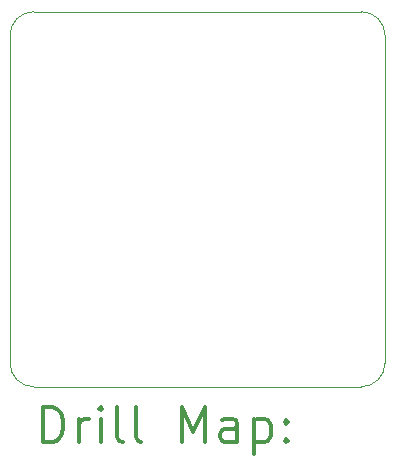
<source format=gbr>
%FSLAX45Y45*%
G04 Gerber Fmt 4.5, Leading zero omitted, Abs format (unit mm)*
G04 Created by KiCad (PCBNEW (5.1.12)-1) date 2021-12-20 15:12:07*
%MOMM*%
%LPD*%
G01*
G04 APERTURE LIST*
%TA.AperFunction,Profile*%
%ADD10C,0.100000*%
%TD*%
%ADD11C,0.200000*%
%ADD12C,0.300000*%
G04 APERTURE END LIST*
D10*
X14075000Y-7125000D02*
X14075000Y-9900000D01*
X17050000Y-6925000D02*
X14275000Y-6925000D01*
X17250000Y-9900000D02*
X17250000Y-7125000D01*
X14275000Y-10100000D02*
X17050000Y-10100000D01*
X14275000Y-10100000D02*
G75*
G02*
X14075000Y-9900000I0J200000D01*
G01*
X17250000Y-9900000D02*
G75*
G02*
X17050000Y-10100000I-200000J0D01*
G01*
X17050000Y-6925000D02*
G75*
G02*
X17250000Y-7125000I0J-200000D01*
G01*
X14075000Y-7125000D02*
G75*
G02*
X14275000Y-6925000I200000J0D01*
G01*
D11*
D12*
X14356428Y-10570714D02*
X14356428Y-10270714D01*
X14427857Y-10270714D01*
X14470714Y-10285000D01*
X14499286Y-10313572D01*
X14513571Y-10342143D01*
X14527857Y-10399286D01*
X14527857Y-10442143D01*
X14513571Y-10499286D01*
X14499286Y-10527857D01*
X14470714Y-10556429D01*
X14427857Y-10570714D01*
X14356428Y-10570714D01*
X14656428Y-10570714D02*
X14656428Y-10370714D01*
X14656428Y-10427857D02*
X14670714Y-10399286D01*
X14685000Y-10385000D01*
X14713571Y-10370714D01*
X14742143Y-10370714D01*
X14842143Y-10570714D02*
X14842143Y-10370714D01*
X14842143Y-10270714D02*
X14827857Y-10285000D01*
X14842143Y-10299286D01*
X14856428Y-10285000D01*
X14842143Y-10270714D01*
X14842143Y-10299286D01*
X15027857Y-10570714D02*
X14999286Y-10556429D01*
X14985000Y-10527857D01*
X14985000Y-10270714D01*
X15185000Y-10570714D02*
X15156428Y-10556429D01*
X15142143Y-10527857D01*
X15142143Y-10270714D01*
X15527857Y-10570714D02*
X15527857Y-10270714D01*
X15627857Y-10485000D01*
X15727857Y-10270714D01*
X15727857Y-10570714D01*
X15999286Y-10570714D02*
X15999286Y-10413572D01*
X15985000Y-10385000D01*
X15956428Y-10370714D01*
X15899286Y-10370714D01*
X15870714Y-10385000D01*
X15999286Y-10556429D02*
X15970714Y-10570714D01*
X15899286Y-10570714D01*
X15870714Y-10556429D01*
X15856428Y-10527857D01*
X15856428Y-10499286D01*
X15870714Y-10470714D01*
X15899286Y-10456429D01*
X15970714Y-10456429D01*
X15999286Y-10442143D01*
X16142143Y-10370714D02*
X16142143Y-10670714D01*
X16142143Y-10385000D02*
X16170714Y-10370714D01*
X16227857Y-10370714D01*
X16256428Y-10385000D01*
X16270714Y-10399286D01*
X16285000Y-10427857D01*
X16285000Y-10513572D01*
X16270714Y-10542143D01*
X16256428Y-10556429D01*
X16227857Y-10570714D01*
X16170714Y-10570714D01*
X16142143Y-10556429D01*
X16413571Y-10542143D02*
X16427857Y-10556429D01*
X16413571Y-10570714D01*
X16399286Y-10556429D01*
X16413571Y-10542143D01*
X16413571Y-10570714D01*
X16413571Y-10385000D02*
X16427857Y-10399286D01*
X16413571Y-10413572D01*
X16399286Y-10399286D01*
X16413571Y-10385000D01*
X16413571Y-10413572D01*
M02*

</source>
